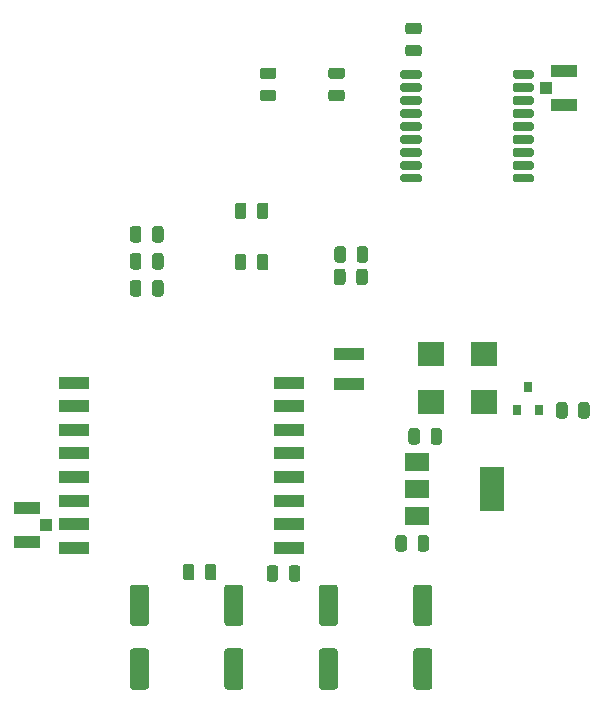
<source format=gbr>
%TF.GenerationSoftware,KiCad,Pcbnew,(5.1.6-0-10_14)*%
%TF.CreationDate,2021-04-25T16:08:19+02:00*%
%TF.ProjectId,ControlUnit,436f6e74-726f-46c5-956e-69742e6b6963,rev?*%
%TF.SameCoordinates,Original*%
%TF.FileFunction,Paste,Bot*%
%TF.FilePolarity,Positive*%
%FSLAX46Y46*%
G04 Gerber Fmt 4.6, Leading zero omitted, Abs format (unit mm)*
G04 Created by KiCad (PCBNEW (5.1.6-0-10_14)) date 2021-04-25 16:08:19*
%MOMM*%
%LPD*%
G01*
G04 APERTURE LIST*
%ADD10R,2.500000X1.000000*%
%ADD11R,2.200000X1.050000*%
%ADD12R,1.050000X1.000000*%
%ADD13R,2.000000X1.500000*%
%ADD14R,2.000000X3.800000*%
%ADD15R,2.180000X2.120000*%
%ADD16R,0.800000X0.900000*%
G04 APERTURE END LIST*
D10*
%TO.C,U4*%
X105454000Y-84948000D03*
X105454000Y-86948000D03*
X105454000Y-88948000D03*
X105454000Y-90948000D03*
X105454000Y-92948000D03*
X105454000Y-94948000D03*
X105454000Y-96948000D03*
X105454000Y-98948000D03*
X123654000Y-98948000D03*
X123654000Y-96948000D03*
X123654000Y-94948000D03*
X123654000Y-92948000D03*
X123654000Y-90948000D03*
X123654000Y-88948000D03*
X123654000Y-86948000D03*
X123654000Y-84948000D03*
%TD*%
%TO.C,J13*%
X128725000Y-85100000D03*
X128725000Y-82560000D03*
%TD*%
%TO.C,R2*%
G36*
G01*
X127512500Y-74556250D02*
X127512500Y-73643750D01*
G75*
G02*
X127756250Y-73400000I243750J0D01*
G01*
X128243750Y-73400000D01*
G75*
G02*
X128487500Y-73643750I0J-243750D01*
G01*
X128487500Y-74556250D01*
G75*
G02*
X128243750Y-74800000I-243750J0D01*
G01*
X127756250Y-74800000D01*
G75*
G02*
X127512500Y-74556250I0J243750D01*
G01*
G37*
G36*
G01*
X129387500Y-74556250D02*
X129387500Y-73643750D01*
G75*
G02*
X129631250Y-73400000I243750J0D01*
G01*
X130118750Y-73400000D01*
G75*
G02*
X130362500Y-73643750I0J-243750D01*
G01*
X130362500Y-74556250D01*
G75*
G02*
X130118750Y-74800000I-243750J0D01*
G01*
X129631250Y-74800000D01*
G75*
G02*
X129387500Y-74556250I0J243750D01*
G01*
G37*
%TD*%
%TO.C,C2*%
G36*
G01*
X121925000Y-69943750D02*
X121925000Y-70856250D01*
G75*
G02*
X121681250Y-71100000I-243750J0D01*
G01*
X121193750Y-71100000D01*
G75*
G02*
X120950000Y-70856250I0J243750D01*
G01*
X120950000Y-69943750D01*
G75*
G02*
X121193750Y-69700000I243750J0D01*
G01*
X121681250Y-69700000D01*
G75*
G02*
X121925000Y-69943750I0J-243750D01*
G01*
G37*
G36*
G01*
X120050000Y-69943750D02*
X120050000Y-70856250D01*
G75*
G02*
X119806250Y-71100000I-243750J0D01*
G01*
X119318750Y-71100000D01*
G75*
G02*
X119075000Y-70856250I0J243750D01*
G01*
X119075000Y-69943750D01*
G75*
G02*
X119318750Y-69700000I243750J0D01*
G01*
X119806250Y-69700000D01*
G75*
G02*
X120050000Y-69943750I0J-243750D01*
G01*
G37*
%TD*%
%TO.C,C3*%
G36*
G01*
X120950000Y-75206250D02*
X120950000Y-74293750D01*
G75*
G02*
X121193750Y-74050000I243750J0D01*
G01*
X121681250Y-74050000D01*
G75*
G02*
X121925000Y-74293750I0J-243750D01*
G01*
X121925000Y-75206250D01*
G75*
G02*
X121681250Y-75450000I-243750J0D01*
G01*
X121193750Y-75450000D01*
G75*
G02*
X120950000Y-75206250I0J243750D01*
G01*
G37*
G36*
G01*
X119075000Y-75206250D02*
X119075000Y-74293750D01*
G75*
G02*
X119318750Y-74050000I243750J0D01*
G01*
X119806250Y-74050000D01*
G75*
G02*
X120050000Y-74293750I0J-243750D01*
G01*
X120050000Y-75206250D01*
G75*
G02*
X119806250Y-75450000I-243750J0D01*
G01*
X119318750Y-75450000D01*
G75*
G02*
X119075000Y-75206250I0J243750D01*
G01*
G37*
%TD*%
%TO.C,C5*%
G36*
G01*
X133650000Y-98095750D02*
X133650000Y-99008250D01*
G75*
G02*
X133406250Y-99252000I-243750J0D01*
G01*
X132918750Y-99252000D01*
G75*
G02*
X132675000Y-99008250I0J243750D01*
G01*
X132675000Y-98095750D01*
G75*
G02*
X132918750Y-97852000I243750J0D01*
G01*
X133406250Y-97852000D01*
G75*
G02*
X133650000Y-98095750I0J-243750D01*
G01*
G37*
G36*
G01*
X135525000Y-98095750D02*
X135525000Y-99008250D01*
G75*
G02*
X135281250Y-99252000I-243750J0D01*
G01*
X134793750Y-99252000D01*
G75*
G02*
X134550000Y-99008250I0J243750D01*
G01*
X134550000Y-98095750D01*
G75*
G02*
X134793750Y-97852000I243750J0D01*
G01*
X135281250Y-97852000D01*
G75*
G02*
X135525000Y-98095750I0J-243750D01*
G01*
G37*
%TD*%
%TO.C,C6*%
G36*
G01*
X136625000Y-89043750D02*
X136625000Y-89956250D01*
G75*
G02*
X136381250Y-90200000I-243750J0D01*
G01*
X135893750Y-90200000D01*
G75*
G02*
X135650000Y-89956250I0J243750D01*
G01*
X135650000Y-89043750D01*
G75*
G02*
X135893750Y-88800000I243750J0D01*
G01*
X136381250Y-88800000D01*
G75*
G02*
X136625000Y-89043750I0J-243750D01*
G01*
G37*
G36*
G01*
X134750000Y-89043750D02*
X134750000Y-89956250D01*
G75*
G02*
X134506250Y-90200000I-243750J0D01*
G01*
X134018750Y-90200000D01*
G75*
G02*
X133775000Y-89956250I0J243750D01*
G01*
X133775000Y-89043750D01*
G75*
G02*
X134018750Y-88800000I243750J0D01*
G01*
X134506250Y-88800000D01*
G75*
G02*
X134750000Y-89043750I0J-243750D01*
G01*
G37*
%TD*%
%TO.C,C11*%
G36*
G01*
X122750000Y-100643750D02*
X122750000Y-101556250D01*
G75*
G02*
X122506250Y-101800000I-243750J0D01*
G01*
X122018750Y-101800000D01*
G75*
G02*
X121775000Y-101556250I0J243750D01*
G01*
X121775000Y-100643750D01*
G75*
G02*
X122018750Y-100400000I243750J0D01*
G01*
X122506250Y-100400000D01*
G75*
G02*
X122750000Y-100643750I0J-243750D01*
G01*
G37*
G36*
G01*
X124625000Y-100643750D02*
X124625000Y-101556250D01*
G75*
G02*
X124381250Y-101800000I-243750J0D01*
G01*
X123893750Y-101800000D01*
G75*
G02*
X123650000Y-101556250I0J243750D01*
G01*
X123650000Y-100643750D01*
G75*
G02*
X123893750Y-100400000I243750J0D01*
G01*
X124381250Y-100400000D01*
G75*
G02*
X124625000Y-100643750I0J-243750D01*
G01*
G37*
%TD*%
%TO.C,C12*%
G36*
G01*
X115650000Y-100543750D02*
X115650000Y-101456250D01*
G75*
G02*
X115406250Y-101700000I-243750J0D01*
G01*
X114918750Y-101700000D01*
G75*
G02*
X114675000Y-101456250I0J243750D01*
G01*
X114675000Y-100543750D01*
G75*
G02*
X114918750Y-100300000I243750J0D01*
G01*
X115406250Y-100300000D01*
G75*
G02*
X115650000Y-100543750I0J-243750D01*
G01*
G37*
G36*
G01*
X117525000Y-100543750D02*
X117525000Y-101456250D01*
G75*
G02*
X117281250Y-101700000I-243750J0D01*
G01*
X116793750Y-101700000D01*
G75*
G02*
X116550000Y-101456250I0J243750D01*
G01*
X116550000Y-100543750D01*
G75*
G02*
X116793750Y-100300000I243750J0D01*
G01*
X117281250Y-100300000D01*
G75*
G02*
X117525000Y-100543750I0J-243750D01*
G01*
G37*
%TD*%
%TO.C,C13*%
G36*
G01*
X134656250Y-57325000D02*
X133743750Y-57325000D01*
G75*
G02*
X133500000Y-57081250I0J243750D01*
G01*
X133500000Y-56593750D01*
G75*
G02*
X133743750Y-56350000I243750J0D01*
G01*
X134656250Y-56350000D01*
G75*
G02*
X134900000Y-56593750I0J-243750D01*
G01*
X134900000Y-57081250D01*
G75*
G02*
X134656250Y-57325000I-243750J0D01*
G01*
G37*
G36*
G01*
X134656250Y-55450000D02*
X133743750Y-55450000D01*
G75*
G02*
X133500000Y-55206250I0J243750D01*
G01*
X133500000Y-54718750D01*
G75*
G02*
X133743750Y-54475000I243750J0D01*
G01*
X134656250Y-54475000D01*
G75*
G02*
X134900000Y-54718750I0J-243750D01*
G01*
X134900000Y-55206250D01*
G75*
G02*
X134656250Y-55450000I-243750J0D01*
G01*
G37*
%TD*%
%TO.C,C14*%
G36*
G01*
X121443750Y-58275000D02*
X122356250Y-58275000D01*
G75*
G02*
X122600000Y-58518750I0J-243750D01*
G01*
X122600000Y-59006250D01*
G75*
G02*
X122356250Y-59250000I-243750J0D01*
G01*
X121443750Y-59250000D01*
G75*
G02*
X121200000Y-59006250I0J243750D01*
G01*
X121200000Y-58518750D01*
G75*
G02*
X121443750Y-58275000I243750J0D01*
G01*
G37*
G36*
G01*
X121443750Y-60150000D02*
X122356250Y-60150000D01*
G75*
G02*
X122600000Y-60393750I0J-243750D01*
G01*
X122600000Y-60881250D01*
G75*
G02*
X122356250Y-61125000I-243750J0D01*
G01*
X121443750Y-61125000D01*
G75*
G02*
X121200000Y-60881250I0J243750D01*
G01*
X121200000Y-60393750D01*
G75*
G02*
X121443750Y-60150000I243750J0D01*
G01*
G37*
%TD*%
%TO.C,C16*%
G36*
G01*
X127243750Y-58275000D02*
X128156250Y-58275000D01*
G75*
G02*
X128400000Y-58518750I0J-243750D01*
G01*
X128400000Y-59006250D01*
G75*
G02*
X128156250Y-59250000I-243750J0D01*
G01*
X127243750Y-59250000D01*
G75*
G02*
X127000000Y-59006250I0J243750D01*
G01*
X127000000Y-58518750D01*
G75*
G02*
X127243750Y-58275000I243750J0D01*
G01*
G37*
G36*
G01*
X127243750Y-60150000D02*
X128156250Y-60150000D01*
G75*
G02*
X128400000Y-60393750I0J-243750D01*
G01*
X128400000Y-60881250D01*
G75*
G02*
X128156250Y-61125000I-243750J0D01*
G01*
X127243750Y-61125000D01*
G75*
G02*
X127000000Y-60881250I0J243750D01*
G01*
X127000000Y-60393750D01*
G75*
G02*
X127243750Y-60150000I243750J0D01*
G01*
G37*
%TD*%
D11*
%TO.C,J4*%
X101525000Y-95525000D03*
D12*
X103050000Y-97000000D03*
D11*
X101525000Y-98475000D03*
%TD*%
%TO.C,J5*%
X146975000Y-58525000D03*
D12*
X145450000Y-60000000D03*
D11*
X146975000Y-61475000D03*
%TD*%
%TO.C,R1*%
G36*
G01*
X129350000Y-76456250D02*
X129350000Y-75543750D01*
G75*
G02*
X129593750Y-75300000I243750J0D01*
G01*
X130081250Y-75300000D01*
G75*
G02*
X130325000Y-75543750I0J-243750D01*
G01*
X130325000Y-76456250D01*
G75*
G02*
X130081250Y-76700000I-243750J0D01*
G01*
X129593750Y-76700000D01*
G75*
G02*
X129350000Y-76456250I0J243750D01*
G01*
G37*
G36*
G01*
X127475000Y-76456250D02*
X127475000Y-75543750D01*
G75*
G02*
X127718750Y-75300000I243750J0D01*
G01*
X128206250Y-75300000D01*
G75*
G02*
X128450000Y-75543750I0J-243750D01*
G01*
X128450000Y-76456250D01*
G75*
G02*
X128206250Y-76700000I-243750J0D01*
G01*
X127718750Y-76700000D01*
G75*
G02*
X127475000Y-76456250I0J243750D01*
G01*
G37*
%TD*%
%TO.C,R4*%
G36*
G01*
X113041500Y-76505750D02*
X113041500Y-77418250D01*
G75*
G02*
X112797750Y-77662000I-243750J0D01*
G01*
X112310250Y-77662000D01*
G75*
G02*
X112066500Y-77418250I0J243750D01*
G01*
X112066500Y-76505750D01*
G75*
G02*
X112310250Y-76262000I243750J0D01*
G01*
X112797750Y-76262000D01*
G75*
G02*
X113041500Y-76505750I0J-243750D01*
G01*
G37*
G36*
G01*
X111166500Y-76505750D02*
X111166500Y-77418250D01*
G75*
G02*
X110922750Y-77662000I-243750J0D01*
G01*
X110435250Y-77662000D01*
G75*
G02*
X110191500Y-77418250I0J243750D01*
G01*
X110191500Y-76505750D01*
G75*
G02*
X110435250Y-76262000I243750J0D01*
G01*
X110922750Y-76262000D01*
G75*
G02*
X111166500Y-76505750I0J-243750D01*
G01*
G37*
%TD*%
%TO.C,R5*%
G36*
G01*
X111166500Y-74219750D02*
X111166500Y-75132250D01*
G75*
G02*
X110922750Y-75376000I-243750J0D01*
G01*
X110435250Y-75376000D01*
G75*
G02*
X110191500Y-75132250I0J243750D01*
G01*
X110191500Y-74219750D01*
G75*
G02*
X110435250Y-73976000I243750J0D01*
G01*
X110922750Y-73976000D01*
G75*
G02*
X111166500Y-74219750I0J-243750D01*
G01*
G37*
G36*
G01*
X113041500Y-74219750D02*
X113041500Y-75132250D01*
G75*
G02*
X112797750Y-75376000I-243750J0D01*
G01*
X112310250Y-75376000D01*
G75*
G02*
X112066500Y-75132250I0J243750D01*
G01*
X112066500Y-74219750D01*
G75*
G02*
X112310250Y-73976000I243750J0D01*
G01*
X112797750Y-73976000D01*
G75*
G02*
X113041500Y-74219750I0J-243750D01*
G01*
G37*
%TD*%
%TO.C,R6*%
G36*
G01*
X113041500Y-71933750D02*
X113041500Y-72846250D01*
G75*
G02*
X112797750Y-73090000I-243750J0D01*
G01*
X112310250Y-73090000D01*
G75*
G02*
X112066500Y-72846250I0J243750D01*
G01*
X112066500Y-71933750D01*
G75*
G02*
X112310250Y-71690000I243750J0D01*
G01*
X112797750Y-71690000D01*
G75*
G02*
X113041500Y-71933750I0J-243750D01*
G01*
G37*
G36*
G01*
X111166500Y-71933750D02*
X111166500Y-72846250D01*
G75*
G02*
X110922750Y-73090000I-243750J0D01*
G01*
X110435250Y-73090000D01*
G75*
G02*
X110191500Y-72846250I0J243750D01*
G01*
X110191500Y-71933750D01*
G75*
G02*
X110435250Y-71690000I243750J0D01*
G01*
X110922750Y-71690000D01*
G75*
G02*
X111166500Y-71933750I0J-243750D01*
G01*
G37*
%TD*%
D13*
%TO.C,U2*%
X134518000Y-96280000D03*
X134518000Y-91680000D03*
X134518000Y-93980000D03*
D14*
X140818000Y-93980000D03*
%TD*%
%TO.C,U5*%
G36*
G01*
X133100000Y-67825000D02*
X133100000Y-67475000D01*
G75*
G02*
X133275000Y-67300000I175000J0D01*
G01*
X134725000Y-67300000D01*
G75*
G02*
X134900000Y-67475000I0J-175000D01*
G01*
X134900000Y-67825000D01*
G75*
G02*
X134725000Y-68000000I-175000J0D01*
G01*
X133275000Y-68000000D01*
G75*
G02*
X133100000Y-67825000I0J175000D01*
G01*
G37*
G36*
G01*
X133100000Y-66750000D02*
X133100000Y-66350000D01*
G75*
G02*
X133300000Y-66150000I200000J0D01*
G01*
X134700000Y-66150000D01*
G75*
G02*
X134900000Y-66350000I0J-200000D01*
G01*
X134900000Y-66750000D01*
G75*
G02*
X134700000Y-66950000I-200000J0D01*
G01*
X133300000Y-66950000D01*
G75*
G02*
X133100000Y-66750000I0J200000D01*
G01*
G37*
G36*
G01*
X133100000Y-65650000D02*
X133100000Y-65250000D01*
G75*
G02*
X133300000Y-65050000I200000J0D01*
G01*
X134700000Y-65050000D01*
G75*
G02*
X134900000Y-65250000I0J-200000D01*
G01*
X134900000Y-65650000D01*
G75*
G02*
X134700000Y-65850000I-200000J0D01*
G01*
X133300000Y-65850000D01*
G75*
G02*
X133100000Y-65650000I0J200000D01*
G01*
G37*
G36*
G01*
X133100000Y-64550000D02*
X133100000Y-64150000D01*
G75*
G02*
X133300000Y-63950000I200000J0D01*
G01*
X134700000Y-63950000D01*
G75*
G02*
X134900000Y-64150000I0J-200000D01*
G01*
X134900000Y-64550000D01*
G75*
G02*
X134700000Y-64750000I-200000J0D01*
G01*
X133300000Y-64750000D01*
G75*
G02*
X133100000Y-64550000I0J200000D01*
G01*
G37*
G36*
G01*
X133100000Y-63450000D02*
X133100000Y-63050000D01*
G75*
G02*
X133300000Y-62850000I200000J0D01*
G01*
X134700000Y-62850000D01*
G75*
G02*
X134900000Y-63050000I0J-200000D01*
G01*
X134900000Y-63450000D01*
G75*
G02*
X134700000Y-63650000I-200000J0D01*
G01*
X133300000Y-63650000D01*
G75*
G02*
X133100000Y-63450000I0J200000D01*
G01*
G37*
G36*
G01*
X133100000Y-62350000D02*
X133100000Y-61950000D01*
G75*
G02*
X133300000Y-61750000I200000J0D01*
G01*
X134700000Y-61750000D01*
G75*
G02*
X134900000Y-61950000I0J-200000D01*
G01*
X134900000Y-62350000D01*
G75*
G02*
X134700000Y-62550000I-200000J0D01*
G01*
X133300000Y-62550000D01*
G75*
G02*
X133100000Y-62350000I0J200000D01*
G01*
G37*
G36*
G01*
X133100000Y-61250000D02*
X133100000Y-60850000D01*
G75*
G02*
X133300000Y-60650000I200000J0D01*
G01*
X134700000Y-60650000D01*
G75*
G02*
X134900000Y-60850000I0J-200000D01*
G01*
X134900000Y-61250000D01*
G75*
G02*
X134700000Y-61450000I-200000J0D01*
G01*
X133300000Y-61450000D01*
G75*
G02*
X133100000Y-61250000I0J200000D01*
G01*
G37*
G36*
G01*
X133100000Y-60150000D02*
X133100000Y-59750000D01*
G75*
G02*
X133300000Y-59550000I200000J0D01*
G01*
X134700000Y-59550000D01*
G75*
G02*
X134900000Y-59750000I0J-200000D01*
G01*
X134900000Y-60150000D01*
G75*
G02*
X134700000Y-60350000I-200000J0D01*
G01*
X133300000Y-60350000D01*
G75*
G02*
X133100000Y-60150000I0J200000D01*
G01*
G37*
G36*
G01*
X133100000Y-59025000D02*
X133100000Y-58675000D01*
G75*
G02*
X133275000Y-58500000I175000J0D01*
G01*
X134725000Y-58500000D01*
G75*
G02*
X134900000Y-58675000I0J-175000D01*
G01*
X134900000Y-59025000D01*
G75*
G02*
X134725000Y-59200000I-175000J0D01*
G01*
X133275000Y-59200000D01*
G75*
G02*
X133100000Y-59025000I0J175000D01*
G01*
G37*
G36*
G01*
X142600000Y-59025000D02*
X142600000Y-58675000D01*
G75*
G02*
X142775000Y-58500000I175000J0D01*
G01*
X144225000Y-58500000D01*
G75*
G02*
X144400000Y-58675000I0J-175000D01*
G01*
X144400000Y-59025000D01*
G75*
G02*
X144225000Y-59200000I-175000J0D01*
G01*
X142775000Y-59200000D01*
G75*
G02*
X142600000Y-59025000I0J175000D01*
G01*
G37*
G36*
G01*
X142600000Y-60150000D02*
X142600000Y-59750000D01*
G75*
G02*
X142800000Y-59550000I200000J0D01*
G01*
X144200000Y-59550000D01*
G75*
G02*
X144400000Y-59750000I0J-200000D01*
G01*
X144400000Y-60150000D01*
G75*
G02*
X144200000Y-60350000I-200000J0D01*
G01*
X142800000Y-60350000D01*
G75*
G02*
X142600000Y-60150000I0J200000D01*
G01*
G37*
G36*
G01*
X142600000Y-61250000D02*
X142600000Y-60850000D01*
G75*
G02*
X142800000Y-60650000I200000J0D01*
G01*
X144200000Y-60650000D01*
G75*
G02*
X144400000Y-60850000I0J-200000D01*
G01*
X144400000Y-61250000D01*
G75*
G02*
X144200000Y-61450000I-200000J0D01*
G01*
X142800000Y-61450000D01*
G75*
G02*
X142600000Y-61250000I0J200000D01*
G01*
G37*
G36*
G01*
X142600000Y-62350000D02*
X142600000Y-61950000D01*
G75*
G02*
X142800000Y-61750000I200000J0D01*
G01*
X144200000Y-61750000D01*
G75*
G02*
X144400000Y-61950000I0J-200000D01*
G01*
X144400000Y-62350000D01*
G75*
G02*
X144200000Y-62550000I-200000J0D01*
G01*
X142800000Y-62550000D01*
G75*
G02*
X142600000Y-62350000I0J200000D01*
G01*
G37*
G36*
G01*
X142600000Y-63450000D02*
X142600000Y-63050000D01*
G75*
G02*
X142800000Y-62850000I200000J0D01*
G01*
X144200000Y-62850000D01*
G75*
G02*
X144400000Y-63050000I0J-200000D01*
G01*
X144400000Y-63450000D01*
G75*
G02*
X144200000Y-63650000I-200000J0D01*
G01*
X142800000Y-63650000D01*
G75*
G02*
X142600000Y-63450000I0J200000D01*
G01*
G37*
G36*
G01*
X142600000Y-64550000D02*
X142600000Y-64150000D01*
G75*
G02*
X142800000Y-63950000I200000J0D01*
G01*
X144200000Y-63950000D01*
G75*
G02*
X144400000Y-64150000I0J-200000D01*
G01*
X144400000Y-64550000D01*
G75*
G02*
X144200000Y-64750000I-200000J0D01*
G01*
X142800000Y-64750000D01*
G75*
G02*
X142600000Y-64550000I0J200000D01*
G01*
G37*
G36*
G01*
X142600000Y-65650000D02*
X142600000Y-65250000D01*
G75*
G02*
X142800000Y-65050000I200000J0D01*
G01*
X144200000Y-65050000D01*
G75*
G02*
X144400000Y-65250000I0J-200000D01*
G01*
X144400000Y-65650000D01*
G75*
G02*
X144200000Y-65850000I-200000J0D01*
G01*
X142800000Y-65850000D01*
G75*
G02*
X142600000Y-65650000I0J200000D01*
G01*
G37*
G36*
G01*
X142600000Y-66750000D02*
X142600000Y-66350000D01*
G75*
G02*
X142800000Y-66150000I200000J0D01*
G01*
X144200000Y-66150000D01*
G75*
G02*
X144400000Y-66350000I0J-200000D01*
G01*
X144400000Y-66750000D01*
G75*
G02*
X144200000Y-66950000I-200000J0D01*
G01*
X142800000Y-66950000D01*
G75*
G02*
X142600000Y-66750000I0J200000D01*
G01*
G37*
G36*
G01*
X142600000Y-67825000D02*
X142600000Y-67475000D01*
G75*
G02*
X142775000Y-67300000I175000J0D01*
G01*
X144225000Y-67300000D01*
G75*
G02*
X144400000Y-67475000I0J-175000D01*
G01*
X144400000Y-67825000D01*
G75*
G02*
X144225000Y-68000000I-175000J0D01*
G01*
X142775000Y-68000000D01*
G75*
G02*
X142600000Y-67825000I0J175000D01*
G01*
G37*
%TD*%
D15*
%TO.C,D7*%
X140137000Y-82550000D03*
X135707000Y-82550000D03*
%TD*%
%TO.C,D8*%
X135707000Y-86614000D03*
X140137000Y-86614000D03*
%TD*%
D16*
%TO.C,Q1*%
X144850000Y-87300000D03*
X142950000Y-87300000D03*
X143900000Y-85300000D03*
%TD*%
%TO.C,R14*%
G36*
G01*
X146275000Y-87756250D02*
X146275000Y-86843750D01*
G75*
G02*
X146518750Y-86600000I243750J0D01*
G01*
X147006250Y-86600000D01*
G75*
G02*
X147250000Y-86843750I0J-243750D01*
G01*
X147250000Y-87756250D01*
G75*
G02*
X147006250Y-88000000I-243750J0D01*
G01*
X146518750Y-88000000D01*
G75*
G02*
X146275000Y-87756250I0J243750D01*
G01*
G37*
G36*
G01*
X148150000Y-87756250D02*
X148150000Y-86843750D01*
G75*
G02*
X148393750Y-86600000I243750J0D01*
G01*
X148881250Y-86600000D01*
G75*
G02*
X149125000Y-86843750I0J-243750D01*
G01*
X149125000Y-87756250D01*
G75*
G02*
X148881250Y-88000000I-243750J0D01*
G01*
X148393750Y-88000000D01*
G75*
G02*
X148150000Y-87756250I0J243750D01*
G01*
G37*
%TD*%
%TO.C,C15*%
G36*
G01*
X111550000Y-110950000D02*
X110450000Y-110950000D01*
G75*
G02*
X110200000Y-110700000I0J250000D01*
G01*
X110200000Y-107700000D01*
G75*
G02*
X110450000Y-107450000I250000J0D01*
G01*
X111550000Y-107450000D01*
G75*
G02*
X111800000Y-107700000I0J-250000D01*
G01*
X111800000Y-110700000D01*
G75*
G02*
X111550000Y-110950000I-250000J0D01*
G01*
G37*
G36*
G01*
X111550000Y-105550000D02*
X110450000Y-105550000D01*
G75*
G02*
X110200000Y-105300000I0J250000D01*
G01*
X110200000Y-102300000D01*
G75*
G02*
X110450000Y-102050000I250000J0D01*
G01*
X111550000Y-102050000D01*
G75*
G02*
X111800000Y-102300000I0J-250000D01*
G01*
X111800000Y-105300000D01*
G75*
G02*
X111550000Y-105550000I-250000J0D01*
G01*
G37*
%TD*%
%TO.C,C17*%
G36*
G01*
X119550000Y-105550000D02*
X118450000Y-105550000D01*
G75*
G02*
X118200000Y-105300000I0J250000D01*
G01*
X118200000Y-102300000D01*
G75*
G02*
X118450000Y-102050000I250000J0D01*
G01*
X119550000Y-102050000D01*
G75*
G02*
X119800000Y-102300000I0J-250000D01*
G01*
X119800000Y-105300000D01*
G75*
G02*
X119550000Y-105550000I-250000J0D01*
G01*
G37*
G36*
G01*
X119550000Y-110950000D02*
X118450000Y-110950000D01*
G75*
G02*
X118200000Y-110700000I0J250000D01*
G01*
X118200000Y-107700000D01*
G75*
G02*
X118450000Y-107450000I250000J0D01*
G01*
X119550000Y-107450000D01*
G75*
G02*
X119800000Y-107700000I0J-250000D01*
G01*
X119800000Y-110700000D01*
G75*
G02*
X119550000Y-110950000I-250000J0D01*
G01*
G37*
%TD*%
%TO.C,C18*%
G36*
G01*
X127550000Y-110950000D02*
X126450000Y-110950000D01*
G75*
G02*
X126200000Y-110700000I0J250000D01*
G01*
X126200000Y-107700000D01*
G75*
G02*
X126450000Y-107450000I250000J0D01*
G01*
X127550000Y-107450000D01*
G75*
G02*
X127800000Y-107700000I0J-250000D01*
G01*
X127800000Y-110700000D01*
G75*
G02*
X127550000Y-110950000I-250000J0D01*
G01*
G37*
G36*
G01*
X127550000Y-105550000D02*
X126450000Y-105550000D01*
G75*
G02*
X126200000Y-105300000I0J250000D01*
G01*
X126200000Y-102300000D01*
G75*
G02*
X126450000Y-102050000I250000J0D01*
G01*
X127550000Y-102050000D01*
G75*
G02*
X127800000Y-102300000I0J-250000D01*
G01*
X127800000Y-105300000D01*
G75*
G02*
X127550000Y-105550000I-250000J0D01*
G01*
G37*
%TD*%
%TO.C,C20*%
G36*
G01*
X135550000Y-105550000D02*
X134450000Y-105550000D01*
G75*
G02*
X134200000Y-105300000I0J250000D01*
G01*
X134200000Y-102300000D01*
G75*
G02*
X134450000Y-102050000I250000J0D01*
G01*
X135550000Y-102050000D01*
G75*
G02*
X135800000Y-102300000I0J-250000D01*
G01*
X135800000Y-105300000D01*
G75*
G02*
X135550000Y-105550000I-250000J0D01*
G01*
G37*
G36*
G01*
X135550000Y-110950000D02*
X134450000Y-110950000D01*
G75*
G02*
X134200000Y-110700000I0J250000D01*
G01*
X134200000Y-107700000D01*
G75*
G02*
X134450000Y-107450000I250000J0D01*
G01*
X135550000Y-107450000D01*
G75*
G02*
X135800000Y-107700000I0J-250000D01*
G01*
X135800000Y-110700000D01*
G75*
G02*
X135550000Y-110950000I-250000J0D01*
G01*
G37*
%TD*%
M02*

</source>
